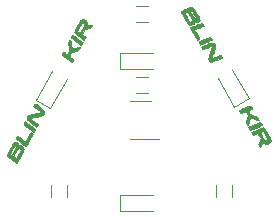
<source format=gbr>
G04 #@! TF.GenerationSoftware,KiCad,Pcbnew,(5.0.0)*
G04 #@! TF.CreationDate,2018-09-04T17:15:42+01:00*
G04 #@! TF.ProjectId,BlinkIR,426C696E6B49522E6B696361645F7063,rev?*
G04 #@! TF.SameCoordinates,Original*
G04 #@! TF.FileFunction,Legend,Top*
G04 #@! TF.FilePolarity,Positive*
%FSLAX46Y46*%
G04 Gerber Fmt 4.6, Leading zero omitted, Abs format (unit mm)*
G04 Created by KiCad (PCBNEW (5.0.0)) date 09/04/18 17:15:42*
%MOMM*%
%LPD*%
G01*
G04 APERTURE LIST*
%ADD10C,0.120000*%
%ADD11C,0.010000*%
G04 APERTURE END LIST*
D10*
G04 #@! TO.C,D1*
X182200000Y-61300000D02*
X185000000Y-61300000D01*
X182200000Y-62700000D02*
X185000000Y-62700000D01*
X182200000Y-61300000D02*
X182200000Y-62700000D01*
G04 #@! TO.C,R1*
X183500000Y-63320000D02*
X184500000Y-63320000D01*
X184500000Y-64680000D02*
X183500000Y-64680000D01*
G04 #@! TO.C,R2*
X177680000Y-72500000D02*
X177680000Y-73500000D01*
X176320000Y-73500000D02*
X176320000Y-72500000D01*
G04 #@! TO.C,R3*
X191680000Y-72500000D02*
X191680000Y-73500000D01*
X190320000Y-73500000D02*
X190320000Y-72500000D01*
G04 #@! TO.C,R4*
X184500000Y-58680000D02*
X183500000Y-58680000D01*
X183500000Y-57320000D02*
X184500000Y-57320000D01*
G04 #@! TO.C,U1*
X183000000Y-68610000D02*
X185450000Y-68610000D01*
X184800000Y-65390000D02*
X183000000Y-65390000D01*
G04 #@! TO.C,D2*
X191843782Y-65861474D02*
X190443782Y-63436603D01*
X193056218Y-65161474D02*
X191656218Y-62736603D01*
X191843782Y-65861474D02*
X193056218Y-65161474D01*
G04 #@! TO.C,D3*
X182200000Y-73300000D02*
X182200000Y-74700000D01*
X182200000Y-74700000D02*
X185000000Y-74700000D01*
X182200000Y-73300000D02*
X185000000Y-73300000D01*
G04 #@! TO.C,D4*
X175043782Y-65256218D02*
X176443782Y-62831347D01*
X176256218Y-65956218D02*
X177656218Y-63531347D01*
X175043782Y-65256218D02*
X176256218Y-65956218D01*
D11*
G04 #@! TO.C,G\002A\002A\002A*
G36*
X188288406Y-57408445D02*
X188346848Y-57485519D01*
X188427581Y-57607111D01*
X188526722Y-57767423D01*
X188617649Y-57921326D01*
X188735671Y-58127268D01*
X188821881Y-58286601D01*
X188878044Y-58406797D01*
X188905929Y-58495330D01*
X188907303Y-58559672D01*
X188883932Y-58607296D01*
X188837584Y-58645674D01*
X188794669Y-58669878D01*
X188700868Y-58702479D01*
X188612110Y-58710243D01*
X188518611Y-58727447D01*
X188471049Y-58768980D01*
X188407608Y-58820402D01*
X188311893Y-58870727D01*
X188266444Y-58888341D01*
X188171837Y-58919855D01*
X188115175Y-58933138D01*
X188073999Y-58930052D01*
X188025852Y-58912463D01*
X188017419Y-58909007D01*
X187944824Y-58863739D01*
X187901514Y-58823494D01*
X187869408Y-58778051D01*
X187813505Y-58690157D01*
X187740340Y-58570898D01*
X187656448Y-58431363D01*
X187568364Y-58282641D01*
X187482620Y-58135821D01*
X187405753Y-58001991D01*
X187368994Y-57936344D01*
X187625669Y-57936344D01*
X187635996Y-57966251D01*
X187673188Y-58037119D01*
X187729645Y-58136386D01*
X187797768Y-58251488D01*
X187869957Y-58369865D01*
X187938611Y-58478954D01*
X187996133Y-58566193D01*
X188034921Y-58619019D01*
X188044215Y-58628201D01*
X188076338Y-58646699D01*
X188105489Y-58646522D01*
X188155932Y-58623764D01*
X188194062Y-58604070D01*
X188258303Y-58561268D01*
X188287768Y-58522734D01*
X188287970Y-58520316D01*
X188272920Y-58480556D01*
X188233011Y-58400303D01*
X188176101Y-58293671D01*
X188110050Y-58174776D01*
X188042716Y-58057731D01*
X187981959Y-57956652D01*
X187935639Y-57885651D01*
X187931056Y-57879325D01*
X187899992Y-57845420D01*
X187863005Y-57839184D01*
X187798174Y-57860020D01*
X187762157Y-57874713D01*
X187682451Y-57908824D01*
X187632510Y-57932205D01*
X187625669Y-57936344D01*
X187368994Y-57936344D01*
X187344297Y-57892239D01*
X187304785Y-57817654D01*
X187293571Y-57791857D01*
X187316207Y-57772564D01*
X188103140Y-57772564D01*
X188122309Y-57813556D01*
X188167147Y-57896988D01*
X188230866Y-58010538D01*
X188303177Y-58135885D01*
X188402351Y-58297913D01*
X188477999Y-58403681D01*
X188531795Y-58455386D01*
X188550856Y-58461654D01*
X188608029Y-58440656D01*
X188624915Y-58418262D01*
X188614559Y-58380622D01*
X188578620Y-58301397D01*
X188524169Y-58193645D01*
X188458281Y-58070426D01*
X188388028Y-57944799D01*
X188320484Y-57829821D01*
X188262722Y-57738553D01*
X188237384Y-57702795D01*
X188201374Y-57698624D01*
X188148226Y-57721085D01*
X188108283Y-57754409D01*
X188103140Y-57772564D01*
X187316207Y-57772564D01*
X187318741Y-57770405D01*
X187391496Y-57731213D01*
X187499981Y-57679332D01*
X187632341Y-57619814D01*
X187776723Y-57557710D01*
X187921272Y-57498072D01*
X188054133Y-57445952D01*
X188163452Y-57406399D01*
X188237374Y-57384467D01*
X188256140Y-57381688D01*
X188288406Y-57408445D01*
X188288406Y-57408445D01*
G37*
X188288406Y-57408445D02*
X188346848Y-57485519D01*
X188427581Y-57607111D01*
X188526722Y-57767423D01*
X188617649Y-57921326D01*
X188735671Y-58127268D01*
X188821881Y-58286601D01*
X188878044Y-58406797D01*
X188905929Y-58495330D01*
X188907303Y-58559672D01*
X188883932Y-58607296D01*
X188837584Y-58645674D01*
X188794669Y-58669878D01*
X188700868Y-58702479D01*
X188612110Y-58710243D01*
X188518611Y-58727447D01*
X188471049Y-58768980D01*
X188407608Y-58820402D01*
X188311893Y-58870727D01*
X188266444Y-58888341D01*
X188171837Y-58919855D01*
X188115175Y-58933138D01*
X188073999Y-58930052D01*
X188025852Y-58912463D01*
X188017419Y-58909007D01*
X187944824Y-58863739D01*
X187901514Y-58823494D01*
X187869408Y-58778051D01*
X187813505Y-58690157D01*
X187740340Y-58570898D01*
X187656448Y-58431363D01*
X187568364Y-58282641D01*
X187482620Y-58135821D01*
X187405753Y-58001991D01*
X187368994Y-57936344D01*
X187625669Y-57936344D01*
X187635996Y-57966251D01*
X187673188Y-58037119D01*
X187729645Y-58136386D01*
X187797768Y-58251488D01*
X187869957Y-58369865D01*
X187938611Y-58478954D01*
X187996133Y-58566193D01*
X188034921Y-58619019D01*
X188044215Y-58628201D01*
X188076338Y-58646699D01*
X188105489Y-58646522D01*
X188155932Y-58623764D01*
X188194062Y-58604070D01*
X188258303Y-58561268D01*
X188287768Y-58522734D01*
X188287970Y-58520316D01*
X188272920Y-58480556D01*
X188233011Y-58400303D01*
X188176101Y-58293671D01*
X188110050Y-58174776D01*
X188042716Y-58057731D01*
X187981959Y-57956652D01*
X187935639Y-57885651D01*
X187931056Y-57879325D01*
X187899992Y-57845420D01*
X187863005Y-57839184D01*
X187798174Y-57860020D01*
X187762157Y-57874713D01*
X187682451Y-57908824D01*
X187632510Y-57932205D01*
X187625669Y-57936344D01*
X187368994Y-57936344D01*
X187344297Y-57892239D01*
X187304785Y-57817654D01*
X187293571Y-57791857D01*
X187316207Y-57772564D01*
X188103140Y-57772564D01*
X188122309Y-57813556D01*
X188167147Y-57896988D01*
X188230866Y-58010538D01*
X188303177Y-58135885D01*
X188402351Y-58297913D01*
X188477999Y-58403681D01*
X188531795Y-58455386D01*
X188550856Y-58461654D01*
X188608029Y-58440656D01*
X188624915Y-58418262D01*
X188614559Y-58380622D01*
X188578620Y-58301397D01*
X188524169Y-58193645D01*
X188458281Y-58070426D01*
X188388028Y-57944799D01*
X188320484Y-57829821D01*
X188262722Y-57738553D01*
X188237384Y-57702795D01*
X188201374Y-57698624D01*
X188148226Y-57721085D01*
X188108283Y-57754409D01*
X188103140Y-57772564D01*
X187316207Y-57772564D01*
X187318741Y-57770405D01*
X187391496Y-57731213D01*
X187499981Y-57679332D01*
X187632341Y-57619814D01*
X187776723Y-57557710D01*
X187921272Y-57498072D01*
X188054133Y-57445952D01*
X188163452Y-57406399D01*
X188237374Y-57384467D01*
X188256140Y-57381688D01*
X188288406Y-57408445D01*
G36*
X189103312Y-58780631D02*
X189125899Y-58794192D01*
X189134719Y-58804638D01*
X189186917Y-58882743D01*
X189226128Y-58955539D01*
X189242560Y-59003772D01*
X189240253Y-59012117D01*
X189207267Y-59026612D01*
X189126413Y-59059587D01*
X189009150Y-59106435D01*
X188866933Y-59162549D01*
X188837030Y-59174272D01*
X188692656Y-59231500D01*
X188572449Y-59280456D01*
X188487379Y-59316574D01*
X188448416Y-59335288D01*
X188447118Y-59336581D01*
X188462329Y-59365951D01*
X188504123Y-59440091D01*
X188566740Y-59548942D01*
X188644421Y-59682442D01*
X188675618Y-59735713D01*
X188765140Y-59889437D01*
X188825570Y-59997883D01*
X188860546Y-60070376D01*
X188873706Y-60116238D01*
X188868688Y-60144794D01*
X188849131Y-60165366D01*
X188844597Y-60168757D01*
X188781069Y-60203607D01*
X188745672Y-60212281D01*
X188715945Y-60186255D01*
X188661899Y-60114910D01*
X188590541Y-60008342D01*
X188508880Y-59876649D01*
X188486085Y-59838283D01*
X188361766Y-59626874D01*
X188266365Y-59463880D01*
X188196343Y-59342954D01*
X188148156Y-59257749D01*
X188118263Y-59201919D01*
X188103123Y-59169118D01*
X188099194Y-59152998D01*
X188101083Y-59148360D01*
X188133170Y-59133673D01*
X188214445Y-59099814D01*
X188334845Y-59050884D01*
X188484304Y-58990983D01*
X188603353Y-58943721D01*
X188785070Y-58872433D01*
X188916888Y-58822845D01*
X189007843Y-58792592D01*
X189066973Y-58779309D01*
X189103312Y-58780631D01*
X189103312Y-58780631D01*
G37*
X189103312Y-58780631D02*
X189125899Y-58794192D01*
X189134719Y-58804638D01*
X189186917Y-58882743D01*
X189226128Y-58955539D01*
X189242560Y-59003772D01*
X189240253Y-59012117D01*
X189207267Y-59026612D01*
X189126413Y-59059587D01*
X189009150Y-59106435D01*
X188866933Y-59162549D01*
X188837030Y-59174272D01*
X188692656Y-59231500D01*
X188572449Y-59280456D01*
X188487379Y-59316574D01*
X188448416Y-59335288D01*
X188447118Y-59336581D01*
X188462329Y-59365951D01*
X188504123Y-59440091D01*
X188566740Y-59548942D01*
X188644421Y-59682442D01*
X188675618Y-59735713D01*
X188765140Y-59889437D01*
X188825570Y-59997883D01*
X188860546Y-60070376D01*
X188873706Y-60116238D01*
X188868688Y-60144794D01*
X188849131Y-60165366D01*
X188844597Y-60168757D01*
X188781069Y-60203607D01*
X188745672Y-60212281D01*
X188715945Y-60186255D01*
X188661899Y-60114910D01*
X188590541Y-60008342D01*
X188508880Y-59876649D01*
X188486085Y-59838283D01*
X188361766Y-59626874D01*
X188266365Y-59463880D01*
X188196343Y-59342954D01*
X188148156Y-59257749D01*
X188118263Y-59201919D01*
X188103123Y-59169118D01*
X188099194Y-59152998D01*
X188101083Y-59148360D01*
X188133170Y-59133673D01*
X188214445Y-59099814D01*
X188334845Y-59050884D01*
X188484304Y-58990983D01*
X188603353Y-58943721D01*
X188785070Y-58872433D01*
X188916888Y-58822845D01*
X189007843Y-58792592D01*
X189066973Y-58779309D01*
X189103312Y-58780631D01*
G36*
X179169214Y-58492754D02*
X179246423Y-58555344D01*
X179323452Y-58630688D01*
X179362480Y-58688330D01*
X179374224Y-58751543D01*
X179370876Y-58825580D01*
X179367629Y-58914832D01*
X179379105Y-58954299D01*
X179407315Y-58957304D01*
X179483663Y-58942042D01*
X179581974Y-58929217D01*
X179682995Y-58920354D01*
X179767474Y-58916977D01*
X179816159Y-58920612D01*
X179821303Y-58924516D01*
X179802029Y-58985322D01*
X179754706Y-59065492D01*
X179695082Y-59143276D01*
X179638906Y-59196924D01*
X179615942Y-59208130D01*
X179549000Y-59219397D01*
X179445698Y-59235286D01*
X179366252Y-59246911D01*
X179181752Y-59273308D01*
X179057735Y-59502698D01*
X178933717Y-59732089D01*
X179091044Y-59847577D01*
X179173532Y-59909830D01*
X179230495Y-59956074D01*
X179248371Y-59974450D01*
X179232511Y-60013675D01*
X179194450Y-60078599D01*
X179148469Y-60147497D01*
X179108849Y-60198640D01*
X179092054Y-60212281D01*
X179060299Y-60193816D01*
X178987463Y-60142849D01*
X178882667Y-60066021D01*
X178755032Y-59969970D01*
X178673456Y-59907549D01*
X178537072Y-59800495D01*
X178419754Y-59704469D01*
X178330425Y-59627089D01*
X178278006Y-59575968D01*
X178268063Y-59561502D01*
X178279717Y-59520768D01*
X178317662Y-59436117D01*
X178321923Y-59427518D01*
X178553179Y-59427518D01*
X178782555Y-59609802D01*
X178951388Y-59298322D01*
X179021928Y-59166077D01*
X179082011Y-59049531D01*
X179124381Y-58962995D01*
X179140630Y-58925048D01*
X179136670Y-58862044D01*
X179078615Y-58792422D01*
X179072899Y-58787439D01*
X179029621Y-58752563D01*
X178994003Y-58737124D01*
X178959268Y-58747510D01*
X178918638Y-58790109D01*
X178865334Y-58871310D01*
X178792579Y-58997500D01*
X178728856Y-59111691D01*
X178553179Y-59427518D01*
X178321923Y-59427518D01*
X178375936Y-59318517D01*
X178448576Y-59178934D01*
X178529620Y-59028335D01*
X178613105Y-58877687D01*
X178693071Y-58737958D01*
X178763553Y-58620114D01*
X178818590Y-58535122D01*
X178844375Y-58501441D01*
X178938365Y-58437263D01*
X179047139Y-58434434D01*
X179169214Y-58492754D01*
X179169214Y-58492754D01*
G37*
X179169214Y-58492754D02*
X179246423Y-58555344D01*
X179323452Y-58630688D01*
X179362480Y-58688330D01*
X179374224Y-58751543D01*
X179370876Y-58825580D01*
X179367629Y-58914832D01*
X179379105Y-58954299D01*
X179407315Y-58957304D01*
X179483663Y-58942042D01*
X179581974Y-58929217D01*
X179682995Y-58920354D01*
X179767474Y-58916977D01*
X179816159Y-58920612D01*
X179821303Y-58924516D01*
X179802029Y-58985322D01*
X179754706Y-59065492D01*
X179695082Y-59143276D01*
X179638906Y-59196924D01*
X179615942Y-59208130D01*
X179549000Y-59219397D01*
X179445698Y-59235286D01*
X179366252Y-59246911D01*
X179181752Y-59273308D01*
X179057735Y-59502698D01*
X178933717Y-59732089D01*
X179091044Y-59847577D01*
X179173532Y-59909830D01*
X179230495Y-59956074D01*
X179248371Y-59974450D01*
X179232511Y-60013675D01*
X179194450Y-60078599D01*
X179148469Y-60147497D01*
X179108849Y-60198640D01*
X179092054Y-60212281D01*
X179060299Y-60193816D01*
X178987463Y-60142849D01*
X178882667Y-60066021D01*
X178755032Y-59969970D01*
X178673456Y-59907549D01*
X178537072Y-59800495D01*
X178419754Y-59704469D01*
X178330425Y-59627089D01*
X178278006Y-59575968D01*
X178268063Y-59561502D01*
X178279717Y-59520768D01*
X178317662Y-59436117D01*
X178321923Y-59427518D01*
X178553179Y-59427518D01*
X178782555Y-59609802D01*
X178951388Y-59298322D01*
X179021928Y-59166077D01*
X179082011Y-59049531D01*
X179124381Y-58962995D01*
X179140630Y-58925048D01*
X179136670Y-58862044D01*
X179078615Y-58792422D01*
X179072899Y-58787439D01*
X179029621Y-58752563D01*
X178994003Y-58737124D01*
X178959268Y-58747510D01*
X178918638Y-58790109D01*
X178865334Y-58871310D01*
X178792579Y-58997500D01*
X178728856Y-59111691D01*
X178553179Y-59427518D01*
X178321923Y-59427518D01*
X178375936Y-59318517D01*
X178448576Y-59178934D01*
X178529620Y-59028335D01*
X178613105Y-58877687D01*
X178693071Y-58737958D01*
X178763553Y-58620114D01*
X178818590Y-58535122D01*
X178844375Y-58501441D01*
X178938365Y-58437263D01*
X179047139Y-58434434D01*
X179169214Y-58492754D01*
G36*
X189803778Y-59970652D02*
X189838938Y-60002886D01*
X189882134Y-60064089D01*
X189920036Y-60131754D01*
X189939314Y-60183370D01*
X189937497Y-60196450D01*
X189906116Y-60210958D01*
X189827514Y-60243914D01*
X189713729Y-60290502D01*
X189576798Y-60345907D01*
X189428756Y-60405313D01*
X189281642Y-60463906D01*
X189147490Y-60516869D01*
X189038338Y-60559388D01*
X188966223Y-60586647D01*
X188943180Y-60594235D01*
X188921042Y-60569559D01*
X188880139Y-60507602D01*
X188862359Y-60478153D01*
X188825690Y-60401736D01*
X188815194Y-60348126D01*
X188819428Y-60338309D01*
X188863325Y-60313474D01*
X188952657Y-60273696D01*
X189074883Y-60223660D01*
X189217463Y-60168050D01*
X189367855Y-60111551D01*
X189513519Y-60058845D01*
X189641914Y-60014618D01*
X189740500Y-59983553D01*
X189796735Y-59970333D01*
X189803778Y-59970652D01*
X189803778Y-59970652D01*
G37*
X189803778Y-59970652D02*
X189838938Y-60002886D01*
X189882134Y-60064089D01*
X189920036Y-60131754D01*
X189939314Y-60183370D01*
X189937497Y-60196450D01*
X189906116Y-60210958D01*
X189827514Y-60243914D01*
X189713729Y-60290502D01*
X189576798Y-60345907D01*
X189428756Y-60405313D01*
X189281642Y-60463906D01*
X189147490Y-60516869D01*
X189038338Y-60559388D01*
X188966223Y-60586647D01*
X188943180Y-60594235D01*
X188921042Y-60569559D01*
X188880139Y-60507602D01*
X188862359Y-60478153D01*
X188825690Y-60401736D01*
X188815194Y-60348126D01*
X188819428Y-60338309D01*
X188863325Y-60313474D01*
X188952657Y-60273696D01*
X189074883Y-60223660D01*
X189217463Y-60168050D01*
X189367855Y-60111551D01*
X189513519Y-60058845D01*
X189641914Y-60014618D01*
X189740500Y-59983553D01*
X189796735Y-59970333D01*
X189803778Y-59970652D01*
G36*
X178166416Y-59795565D02*
X178237804Y-59840489D01*
X178338466Y-59909476D01*
X178458044Y-59994846D01*
X178586185Y-60088918D01*
X178712534Y-60184013D01*
X178826734Y-60272450D01*
X178918431Y-60346549D01*
X178977269Y-60398630D01*
X178993734Y-60419530D01*
X178978794Y-60469616D01*
X178943029Y-60540058D01*
X178900019Y-60608103D01*
X178863347Y-60650996D01*
X178852564Y-60656032D01*
X178816627Y-60636669D01*
X178740709Y-60584676D01*
X178634602Y-60507107D01*
X178508099Y-60411019D01*
X178452632Y-60367924D01*
X178290760Y-60241464D01*
X178172663Y-60147977D01*
X178092463Y-60080601D01*
X178044278Y-60032474D01*
X178022229Y-59996733D01*
X178020437Y-59966517D01*
X178033022Y-59934963D01*
X178051672Y-59899960D01*
X178094991Y-59827858D01*
X178132375Y-59783940D01*
X178134656Y-59782384D01*
X178166416Y-59795565D01*
X178166416Y-59795565D01*
G37*
X178166416Y-59795565D02*
X178237804Y-59840489D01*
X178338466Y-59909476D01*
X178458044Y-59994846D01*
X178586185Y-60088918D01*
X178712534Y-60184013D01*
X178826734Y-60272450D01*
X178918431Y-60346549D01*
X178977269Y-60398630D01*
X178993734Y-60419530D01*
X178978794Y-60469616D01*
X178943029Y-60540058D01*
X178900019Y-60608103D01*
X178863347Y-60650996D01*
X178852564Y-60656032D01*
X178816627Y-60636669D01*
X178740709Y-60584676D01*
X178634602Y-60507107D01*
X178508099Y-60411019D01*
X178452632Y-60367924D01*
X178290760Y-60241464D01*
X178172663Y-60147977D01*
X178092463Y-60080601D01*
X178044278Y-60032474D01*
X178022229Y-59996733D01*
X178020437Y-59966517D01*
X178033022Y-59934963D01*
X178051672Y-59899960D01*
X178094991Y-59827858D01*
X178132375Y-59783940D01*
X178134656Y-59782384D01*
X178166416Y-59795565D01*
G36*
X190096426Y-60454611D02*
X190139520Y-60502280D01*
X190180530Y-60571774D01*
X190241232Y-60684491D01*
X190087147Y-61188424D01*
X190034742Y-61359435D01*
X189988289Y-61510308D01*
X189951210Y-61629990D01*
X189926924Y-61707428D01*
X189919428Y-61730414D01*
X189924824Y-61740921D01*
X189957005Y-61737716D01*
X190022031Y-61718753D01*
X190125963Y-61681989D01*
X190274861Y-61625377D01*
X190474787Y-61546872D01*
X190539571Y-61521152D01*
X190706335Y-61454832D01*
X190829797Y-61696838D01*
X190362580Y-61878264D01*
X190200138Y-61940401D01*
X190057255Y-61993286D01*
X189945019Y-62032953D01*
X189874519Y-62055437D01*
X189857196Y-62059043D01*
X189815554Y-62035250D01*
X189757606Y-61976529D01*
X189737835Y-61951945D01*
X189685714Y-61864509D01*
X189658012Y-61780806D01*
X189656642Y-61764126D01*
X189665895Y-61705998D01*
X189691380Y-61600168D01*
X189729683Y-61459485D01*
X189777390Y-61296800D01*
X189802425Y-61215316D01*
X189851633Y-61053121D01*
X189891502Y-60913105D01*
X189919154Y-60806099D01*
X189931711Y-60742935D01*
X189931167Y-60730833D01*
X189896880Y-60735514D01*
X189815553Y-60760590D01*
X189698952Y-60802077D01*
X189558841Y-60855989D01*
X189542827Y-60862376D01*
X189401759Y-60917883D01*
X189284012Y-60962422D01*
X189201027Y-60991796D01*
X189164244Y-61001808D01*
X189163496Y-61001533D01*
X189137146Y-60958536D01*
X189103599Y-60890475D01*
X189073649Y-60821298D01*
X189058087Y-60774954D01*
X189058320Y-60768162D01*
X189090312Y-60753390D01*
X189171272Y-60719936D01*
X189290766Y-60672005D01*
X189438362Y-60613803D01*
X189529370Y-60578303D01*
X189721769Y-60504971D01*
X189865041Y-60456032D01*
X189968820Y-60431391D01*
X190042737Y-60430949D01*
X190096426Y-60454611D01*
X190096426Y-60454611D01*
G37*
X190096426Y-60454611D02*
X190139520Y-60502280D01*
X190180530Y-60571774D01*
X190241232Y-60684491D01*
X190087147Y-61188424D01*
X190034742Y-61359435D01*
X189988289Y-61510308D01*
X189951210Y-61629990D01*
X189926924Y-61707428D01*
X189919428Y-61730414D01*
X189924824Y-61740921D01*
X189957005Y-61737716D01*
X190022031Y-61718753D01*
X190125963Y-61681989D01*
X190274861Y-61625377D01*
X190474787Y-61546872D01*
X190539571Y-61521152D01*
X190706335Y-61454832D01*
X190829797Y-61696838D01*
X190362580Y-61878264D01*
X190200138Y-61940401D01*
X190057255Y-61993286D01*
X189945019Y-62032953D01*
X189874519Y-62055437D01*
X189857196Y-62059043D01*
X189815554Y-62035250D01*
X189757606Y-61976529D01*
X189737835Y-61951945D01*
X189685714Y-61864509D01*
X189658012Y-61780806D01*
X189656642Y-61764126D01*
X189665895Y-61705998D01*
X189691380Y-61600168D01*
X189729683Y-61459485D01*
X189777390Y-61296800D01*
X189802425Y-61215316D01*
X189851633Y-61053121D01*
X189891502Y-60913105D01*
X189919154Y-60806099D01*
X189931711Y-60742935D01*
X189931167Y-60730833D01*
X189896880Y-60735514D01*
X189815553Y-60760590D01*
X189698952Y-60802077D01*
X189558841Y-60855989D01*
X189542827Y-60862376D01*
X189401759Y-60917883D01*
X189284012Y-60962422D01*
X189201027Y-60991796D01*
X189164244Y-61001808D01*
X189163496Y-61001533D01*
X189137146Y-60958536D01*
X189103599Y-60890475D01*
X189073649Y-60821298D01*
X189058087Y-60774954D01*
X189058320Y-60768162D01*
X189090312Y-60753390D01*
X189171272Y-60719936D01*
X189290766Y-60672005D01*
X189438362Y-60613803D01*
X189529370Y-60578303D01*
X189721769Y-60504971D01*
X189865041Y-60456032D01*
X189968820Y-60431391D01*
X190042737Y-60430949D01*
X190096426Y-60454611D01*
G36*
X177935138Y-60182360D02*
X177957340Y-60232780D01*
X177980925Y-60333624D01*
X178008990Y-60490053D01*
X178023638Y-60578321D01*
X178046936Y-60718966D01*
X178066392Y-60833820D01*
X178079792Y-60909978D01*
X178084801Y-60934720D01*
X178115133Y-60929880D01*
X178194820Y-60912030D01*
X178311569Y-60884034D01*
X178445643Y-60850640D01*
X178585723Y-60816135D01*
X178700000Y-60789767D01*
X178776362Y-60774207D01*
X178802757Y-60771898D01*
X178790067Y-60804718D01*
X178757704Y-60875525D01*
X178733963Y-60925109D01*
X178682832Y-61015375D01*
X178626393Y-61065982D01*
X178539487Y-61097756D01*
X178519113Y-61102971D01*
X178338087Y-61148918D01*
X178207941Y-61185992D01*
X178117519Y-61219604D01*
X178055665Y-61255163D01*
X178011222Y-61298078D01*
X177973035Y-61353759D01*
X177961323Y-61373433D01*
X177914234Y-61459889D01*
X177884742Y-61525775D01*
X177879699Y-61545802D01*
X177903387Y-61580297D01*
X177965525Y-61639089D01*
X178052725Y-61709525D01*
X178053821Y-61710353D01*
X178227942Y-61841816D01*
X178164577Y-61966021D01*
X178120908Y-62041519D01*
X178085457Y-62085575D01*
X178076358Y-62090225D01*
X178044034Y-62071738D01*
X177970386Y-62020581D01*
X177864311Y-61943208D01*
X177734701Y-61846075D01*
X177632655Y-61768184D01*
X177213806Y-61446143D01*
X177276848Y-61322570D01*
X177321004Y-61247238D01*
X177357732Y-61203472D01*
X177367318Y-61198997D01*
X177404838Y-61217555D01*
X177474949Y-61265838D01*
X177549247Y-61322957D01*
X177703750Y-61446917D01*
X177792358Y-61284884D01*
X177880965Y-61122852D01*
X177827710Y-60775956D01*
X177774454Y-60429060D01*
X177845880Y-60282044D01*
X177882505Y-60212153D01*
X177911225Y-60177204D01*
X177935138Y-60182360D01*
X177935138Y-60182360D01*
G37*
X177935138Y-60182360D02*
X177957340Y-60232780D01*
X177980925Y-60333624D01*
X178008990Y-60490053D01*
X178023638Y-60578321D01*
X178046936Y-60718966D01*
X178066392Y-60833820D01*
X178079792Y-60909978D01*
X178084801Y-60934720D01*
X178115133Y-60929880D01*
X178194820Y-60912030D01*
X178311569Y-60884034D01*
X178445643Y-60850640D01*
X178585723Y-60816135D01*
X178700000Y-60789767D01*
X178776362Y-60774207D01*
X178802757Y-60771898D01*
X178790067Y-60804718D01*
X178757704Y-60875525D01*
X178733963Y-60925109D01*
X178682832Y-61015375D01*
X178626393Y-61065982D01*
X178539487Y-61097756D01*
X178519113Y-61102971D01*
X178338087Y-61148918D01*
X178207941Y-61185992D01*
X178117519Y-61219604D01*
X178055665Y-61255163D01*
X178011222Y-61298078D01*
X177973035Y-61353759D01*
X177961323Y-61373433D01*
X177914234Y-61459889D01*
X177884742Y-61525775D01*
X177879699Y-61545802D01*
X177903387Y-61580297D01*
X177965525Y-61639089D01*
X178052725Y-61709525D01*
X178053821Y-61710353D01*
X178227942Y-61841816D01*
X178164577Y-61966021D01*
X178120908Y-62041519D01*
X178085457Y-62085575D01*
X178076358Y-62090225D01*
X178044034Y-62071738D01*
X177970386Y-62020581D01*
X177864311Y-61943208D01*
X177734701Y-61846075D01*
X177632655Y-61768184D01*
X177213806Y-61446143D01*
X177276848Y-61322570D01*
X177321004Y-61247238D01*
X177357732Y-61203472D01*
X177367318Y-61198997D01*
X177404838Y-61217555D01*
X177474949Y-61265838D01*
X177549247Y-61322957D01*
X177703750Y-61446917D01*
X177792358Y-61284884D01*
X177880965Y-61122852D01*
X177827710Y-60775956D01*
X177774454Y-60429060D01*
X177845880Y-60282044D01*
X177882505Y-60212153D01*
X177911225Y-60177204D01*
X177935138Y-60182360D01*
G36*
X193215899Y-65775727D02*
X193265201Y-65827663D01*
X193313077Y-65895659D01*
X193344229Y-65959454D01*
X193348753Y-65983015D01*
X193318256Y-66012792D01*
X193227005Y-66059002D01*
X193075657Y-66121322D01*
X193040019Y-66135012D01*
X192969887Y-66161706D01*
X193048989Y-66303235D01*
X193091815Y-66377875D01*
X193130484Y-66432141D01*
X193177349Y-66474681D01*
X193244765Y-66514144D01*
X193345084Y-66559181D01*
X193490661Y-66618440D01*
X193510685Y-66626487D01*
X193653539Y-66686026D01*
X193750044Y-66733534D01*
X193813934Y-66778012D01*
X193858943Y-66828462D01*
X193887224Y-66873286D01*
X193926755Y-66950931D01*
X193944020Y-67003571D01*
X193942387Y-67013837D01*
X193908029Y-67009546D01*
X193827052Y-66985562D01*
X193711915Y-66945902D01*
X193588208Y-66899670D01*
X193451187Y-66847652D01*
X193335628Y-66805478D01*
X193254612Y-66777813D01*
X193222187Y-66769173D01*
X193190985Y-66795300D01*
X193178328Y-66824875D01*
X193120328Y-67025363D01*
X193068367Y-67194385D01*
X193024958Y-67324410D01*
X192992616Y-67407908D01*
X192973855Y-67437349D01*
X192973852Y-67437349D01*
X192945891Y-67412030D01*
X192901307Y-67348202D01*
X192878116Y-67309475D01*
X192805229Y-67181845D01*
X192888534Y-66866015D01*
X192971838Y-66550184D01*
X192886779Y-66405042D01*
X192831442Y-66323203D01*
X192781684Y-66270567D01*
X192759640Y-66259900D01*
X192707475Y-66271793D01*
X192621626Y-66302084D01*
X192569048Y-66323559D01*
X192475039Y-66360496D01*
X192401488Y-66383466D01*
X192378575Y-66387218D01*
X192343611Y-66364066D01*
X192295363Y-66308093D01*
X192247879Y-66239519D01*
X192215207Y-66178568D01*
X192210931Y-66145878D01*
X192242672Y-66131268D01*
X192323367Y-66097842D01*
X192442617Y-66049807D01*
X192590025Y-65991369D01*
X192681711Y-65955389D01*
X192843098Y-65892267D01*
X192984886Y-65836782D01*
X193095847Y-65793328D01*
X193164756Y-65766303D01*
X193180467Y-65760112D01*
X193215899Y-65775727D01*
X193215899Y-65775727D01*
G37*
X193215899Y-65775727D02*
X193265201Y-65827663D01*
X193313077Y-65895659D01*
X193344229Y-65959454D01*
X193348753Y-65983015D01*
X193318256Y-66012792D01*
X193227005Y-66059002D01*
X193075657Y-66121322D01*
X193040019Y-66135012D01*
X192969887Y-66161706D01*
X193048989Y-66303235D01*
X193091815Y-66377875D01*
X193130484Y-66432141D01*
X193177349Y-66474681D01*
X193244765Y-66514144D01*
X193345084Y-66559181D01*
X193490661Y-66618440D01*
X193510685Y-66626487D01*
X193653539Y-66686026D01*
X193750044Y-66733534D01*
X193813934Y-66778012D01*
X193858943Y-66828462D01*
X193887224Y-66873286D01*
X193926755Y-66950931D01*
X193944020Y-67003571D01*
X193942387Y-67013837D01*
X193908029Y-67009546D01*
X193827052Y-66985562D01*
X193711915Y-66945902D01*
X193588208Y-66899670D01*
X193451187Y-66847652D01*
X193335628Y-66805478D01*
X193254612Y-66777813D01*
X193222187Y-66769173D01*
X193190985Y-66795300D01*
X193178328Y-66824875D01*
X193120328Y-67025363D01*
X193068367Y-67194385D01*
X193024958Y-67324410D01*
X192992616Y-67407908D01*
X192973855Y-67437349D01*
X192973852Y-67437349D01*
X192945891Y-67412030D01*
X192901307Y-67348202D01*
X192878116Y-67309475D01*
X192805229Y-67181845D01*
X192888534Y-66866015D01*
X192971838Y-66550184D01*
X192886779Y-66405042D01*
X192831442Y-66323203D01*
X192781684Y-66270567D01*
X192759640Y-66259900D01*
X192707475Y-66271793D01*
X192621626Y-66302084D01*
X192569048Y-66323559D01*
X192475039Y-66360496D01*
X192401488Y-66383466D01*
X192378575Y-66387218D01*
X192343611Y-66364066D01*
X192295363Y-66308093D01*
X192247879Y-66239519D01*
X192215207Y-66178568D01*
X192210931Y-66145878D01*
X192242672Y-66131268D01*
X192323367Y-66097842D01*
X192442617Y-66049807D01*
X192590025Y-65991369D01*
X192681711Y-65955389D01*
X192843098Y-65892267D01*
X192984886Y-65836782D01*
X193095847Y-65793328D01*
X193164756Y-65766303D01*
X193180467Y-65760112D01*
X193215899Y-65775727D01*
G36*
X175000827Y-65610303D02*
X175076777Y-65661951D01*
X175183659Y-65739725D01*
X175312052Y-65836846D01*
X175389035Y-65896530D01*
X175549446Y-66023825D01*
X175663408Y-66121610D01*
X175735661Y-66198220D01*
X175770944Y-66261988D01*
X175773997Y-66321249D01*
X175749561Y-66384337D01*
X175706114Y-66454052D01*
X175676945Y-66494004D01*
X175643974Y-66525725D01*
X175597317Y-66553064D01*
X175527090Y-66579870D01*
X175423409Y-66609992D01*
X175276392Y-66647278D01*
X175101438Y-66689524D01*
X174927771Y-66732017D01*
X174778017Y-66770369D01*
X174662164Y-66801881D01*
X174590197Y-66823856D01*
X174570935Y-66832832D01*
X174595297Y-66857533D01*
X174659715Y-66910980D01*
X174753031Y-66984109D01*
X174817528Y-67033121D01*
X174933940Y-67121254D01*
X175039362Y-67202161D01*
X175117607Y-67263374D01*
X175140510Y-67281894D01*
X175218237Y-67346291D01*
X175159370Y-67455602D01*
X175117515Y-67525196D01*
X175086474Y-67562636D01*
X175081642Y-67564714D01*
X175051085Y-67546237D01*
X174979602Y-67495507D01*
X174876515Y-67419354D01*
X174751148Y-67324609D01*
X174689402Y-67277308D01*
X174554824Y-67171542D01*
X174437376Y-67075016D01*
X174346992Y-66996216D01*
X174293607Y-66943628D01*
X174284768Y-66931704D01*
X174273563Y-66873187D01*
X174297518Y-66790100D01*
X174323938Y-66733708D01*
X174394361Y-66594110D01*
X174909349Y-66466792D01*
X175081921Y-66423232D01*
X175232375Y-66383556D01*
X175350014Y-66350723D01*
X175424144Y-66327688D01*
X175444563Y-66318837D01*
X175428597Y-66292895D01*
X175370457Y-66236825D01*
X175279018Y-66158537D01*
X175163149Y-66065941D01*
X175146466Y-66053043D01*
X174828142Y-65807886D01*
X174879741Y-65699682D01*
X174921381Y-65629487D01*
X174958966Y-65593015D01*
X174965231Y-65591560D01*
X175000827Y-65610303D01*
X175000827Y-65610303D01*
G37*
X175000827Y-65610303D02*
X175076777Y-65661951D01*
X175183659Y-65739725D01*
X175312052Y-65836846D01*
X175389035Y-65896530D01*
X175549446Y-66023825D01*
X175663408Y-66121610D01*
X175735661Y-66198220D01*
X175770944Y-66261988D01*
X175773997Y-66321249D01*
X175749561Y-66384337D01*
X175706114Y-66454052D01*
X175676945Y-66494004D01*
X175643974Y-66525725D01*
X175597317Y-66553064D01*
X175527090Y-66579870D01*
X175423409Y-66609992D01*
X175276392Y-66647278D01*
X175101438Y-66689524D01*
X174927771Y-66732017D01*
X174778017Y-66770369D01*
X174662164Y-66801881D01*
X174590197Y-66823856D01*
X174570935Y-66832832D01*
X174595297Y-66857533D01*
X174659715Y-66910980D01*
X174753031Y-66984109D01*
X174817528Y-67033121D01*
X174933940Y-67121254D01*
X175039362Y-67202161D01*
X175117607Y-67263374D01*
X175140510Y-67281894D01*
X175218237Y-67346291D01*
X175159370Y-67455602D01*
X175117515Y-67525196D01*
X175086474Y-67562636D01*
X175081642Y-67564714D01*
X175051085Y-67546237D01*
X174979602Y-67495507D01*
X174876515Y-67419354D01*
X174751148Y-67324609D01*
X174689402Y-67277308D01*
X174554824Y-67171542D01*
X174437376Y-67075016D01*
X174346992Y-66996216D01*
X174293607Y-66943628D01*
X174284768Y-66931704D01*
X174273563Y-66873187D01*
X174297518Y-66790100D01*
X174323938Y-66733708D01*
X174394361Y-66594110D01*
X174909349Y-66466792D01*
X175081921Y-66423232D01*
X175232375Y-66383556D01*
X175350014Y-66350723D01*
X175424144Y-66327688D01*
X175444563Y-66318837D01*
X175428597Y-66292895D01*
X175370457Y-66236825D01*
X175279018Y-66158537D01*
X175163149Y-66065941D01*
X175146466Y-66053043D01*
X174828142Y-65807886D01*
X174879741Y-65699682D01*
X174921381Y-65629487D01*
X174958966Y-65593015D01*
X174965231Y-65591560D01*
X175000827Y-65610303D01*
G36*
X194060886Y-67189599D02*
X194106966Y-67253149D01*
X194111074Y-67259768D01*
X194153128Y-67334511D01*
X194175269Y-67386939D01*
X194176280Y-67393606D01*
X194157667Y-67411198D01*
X194099403Y-67441919D01*
X193997651Y-67487396D01*
X193848573Y-67549258D01*
X193648333Y-67629130D01*
X193393091Y-67728641D01*
X193316248Y-67758316D01*
X193172220Y-67813846D01*
X193101229Y-67684243D01*
X193060956Y-67606641D01*
X193039444Y-67557025D01*
X193038365Y-67548408D01*
X193068679Y-67535617D01*
X193146155Y-67504535D01*
X193258626Y-67459943D01*
X193393921Y-67406619D01*
X193539871Y-67349346D01*
X193684309Y-67292902D01*
X193815065Y-67242067D01*
X193919969Y-67201622D01*
X193959884Y-67186427D01*
X194019403Y-67171018D01*
X194060886Y-67189599D01*
X194060886Y-67189599D01*
G37*
X194060886Y-67189599D02*
X194106966Y-67253149D01*
X194111074Y-67259768D01*
X194153128Y-67334511D01*
X194175269Y-67386939D01*
X194176280Y-67393606D01*
X194157667Y-67411198D01*
X194099403Y-67441919D01*
X193997651Y-67487396D01*
X193848573Y-67549258D01*
X193648333Y-67629130D01*
X193393091Y-67728641D01*
X193316248Y-67758316D01*
X193172220Y-67813846D01*
X193101229Y-67684243D01*
X193060956Y-67606641D01*
X193039444Y-67557025D01*
X193038365Y-67548408D01*
X193068679Y-67535617D01*
X193146155Y-67504535D01*
X193258626Y-67459943D01*
X193393921Y-67406619D01*
X193539871Y-67349346D01*
X193684309Y-67292902D01*
X193815065Y-67242067D01*
X193919969Y-67201622D01*
X193959884Y-67186427D01*
X194019403Y-67171018D01*
X194060886Y-67189599D01*
G36*
X174180849Y-67126179D02*
X174183131Y-67128087D01*
X174220219Y-67157653D01*
X174296006Y-67216944D01*
X174399388Y-67297368D01*
X174519261Y-67390333D01*
X174644521Y-67487248D01*
X174764064Y-67579523D01*
X174866785Y-67658566D01*
X174941582Y-67715785D01*
X174977349Y-67742589D01*
X174977471Y-67742674D01*
X174970699Y-67771707D01*
X174943204Y-67834443D01*
X174905856Y-67909320D01*
X174869526Y-67974774D01*
X174845086Y-68009242D01*
X174842434Y-68010526D01*
X174814479Y-67992068D01*
X174744845Y-67940986D01*
X174642118Y-67863724D01*
X174514885Y-67766721D01*
X174413382Y-67688628D01*
X174274282Y-67579356D01*
X174154869Y-67481987D01*
X174063539Y-67403655D01*
X174008688Y-67351496D01*
X173996491Y-67334302D01*
X174012056Y-67288435D01*
X174050736Y-67214720D01*
X174063771Y-67193015D01*
X174110208Y-67125725D01*
X174143857Y-67106371D01*
X174180849Y-67126179D01*
X174180849Y-67126179D01*
G37*
X174180849Y-67126179D02*
X174183131Y-67128087D01*
X174220219Y-67157653D01*
X174296006Y-67216944D01*
X174399388Y-67297368D01*
X174519261Y-67390333D01*
X174644521Y-67487248D01*
X174764064Y-67579523D01*
X174866785Y-67658566D01*
X174941582Y-67715785D01*
X174977349Y-67742589D01*
X174977471Y-67742674D01*
X174970699Y-67771707D01*
X174943204Y-67834443D01*
X174905856Y-67909320D01*
X174869526Y-67974774D01*
X174845086Y-68009242D01*
X174842434Y-68010526D01*
X174814479Y-67992068D01*
X174744845Y-67940986D01*
X174642118Y-67863724D01*
X174514885Y-67766721D01*
X174413382Y-67688628D01*
X174274282Y-67579356D01*
X174154869Y-67481987D01*
X174063539Y-67403655D01*
X174008688Y-67351496D01*
X173996491Y-67334302D01*
X174012056Y-67288435D01*
X174050736Y-67214720D01*
X174063771Y-67193015D01*
X174110208Y-67125725D01*
X174143857Y-67106371D01*
X174180849Y-67126179D01*
G36*
X174683306Y-68062822D02*
X174739210Y-68110829D01*
X174760401Y-68149669D01*
X174745737Y-68186931D01*
X174705737Y-68268581D01*
X174646389Y-68383589D01*
X174573684Y-68520925D01*
X174493609Y-68669558D01*
X174412153Y-68818458D01*
X174335306Y-68956595D01*
X174269055Y-69072937D01*
X174219391Y-69156455D01*
X174192301Y-69196118D01*
X174192170Y-69196251D01*
X174159300Y-69186975D01*
X174085949Y-69144194D01*
X173981464Y-69074027D01*
X173855189Y-68982593D01*
X173786934Y-68930916D01*
X173621905Y-68804563D01*
X173500915Y-68710919D01*
X173418346Y-68642859D01*
X173368582Y-68593254D01*
X173346007Y-68554978D01*
X173345006Y-68520904D01*
X173359961Y-68483906D01*
X173385257Y-68436855D01*
X173390152Y-68427403D01*
X173416012Y-68374016D01*
X173436958Y-68338313D01*
X173461681Y-68323438D01*
X173498869Y-68332534D01*
X173557212Y-68368742D01*
X173645400Y-68435207D01*
X173772120Y-68535070D01*
X173843617Y-68591416D01*
X173956890Y-68678550D01*
X174052567Y-68748657D01*
X174119270Y-68793618D01*
X174144298Y-68806026D01*
X174168533Y-68779511D01*
X174216520Y-68706826D01*
X174282090Y-68597987D01*
X174359070Y-68463011D01*
X174388883Y-68409046D01*
X174606212Y-68012307D01*
X174683306Y-68062822D01*
X174683306Y-68062822D01*
G37*
X174683306Y-68062822D02*
X174739210Y-68110829D01*
X174760401Y-68149669D01*
X174745737Y-68186931D01*
X174705737Y-68268581D01*
X174646389Y-68383589D01*
X174573684Y-68520925D01*
X174493609Y-68669558D01*
X174412153Y-68818458D01*
X174335306Y-68956595D01*
X174269055Y-69072937D01*
X174219391Y-69156455D01*
X174192301Y-69196118D01*
X174192170Y-69196251D01*
X174159300Y-69186975D01*
X174085949Y-69144194D01*
X173981464Y-69074027D01*
X173855189Y-68982593D01*
X173786934Y-68930916D01*
X173621905Y-68804563D01*
X173500915Y-68710919D01*
X173418346Y-68642859D01*
X173368582Y-68593254D01*
X173346007Y-68554978D01*
X173345006Y-68520904D01*
X173359961Y-68483906D01*
X173385257Y-68436855D01*
X173390152Y-68427403D01*
X173416012Y-68374016D01*
X173436958Y-68338313D01*
X173461681Y-68323438D01*
X173498869Y-68332534D01*
X173557212Y-68368742D01*
X173645400Y-68435207D01*
X173772120Y-68535070D01*
X173843617Y-68591416D01*
X173956890Y-68678550D01*
X174052567Y-68748657D01*
X174119270Y-68793618D01*
X174144298Y-68806026D01*
X174168533Y-68779511D01*
X174216520Y-68706826D01*
X174282090Y-68597987D01*
X174359070Y-68463011D01*
X174388883Y-68409046D01*
X174606212Y-68012307D01*
X174683306Y-68062822D01*
G36*
X194319975Y-67624333D02*
X194367612Y-67695755D01*
X194434157Y-67801802D01*
X194513401Y-67932075D01*
X194599137Y-68076177D01*
X194685156Y-68223711D01*
X194765251Y-68364279D01*
X194833213Y-68487483D01*
X194868312Y-68554053D01*
X194917412Y-68685675D01*
X194911172Y-68789308D01*
X194847086Y-68872473D01*
X194741653Y-68934335D01*
X194577275Y-68988054D01*
X194441044Y-68988170D01*
X194335995Y-68934748D01*
X194326494Y-68925626D01*
X194256015Y-68854010D01*
X194170780Y-69044222D01*
X194122768Y-69143202D01*
X194080784Y-69215558D01*
X194055354Y-69244498D01*
X194022157Y-69226068D01*
X193975086Y-69167808D01*
X193957569Y-69139997D01*
X193915291Y-69062360D01*
X193891728Y-69007476D01*
X193889975Y-68998391D01*
X193902202Y-68957881D01*
X193934408Y-68876456D01*
X193979882Y-68770994D01*
X193984550Y-68760557D01*
X194079126Y-68549766D01*
X193948957Y-68335848D01*
X193886807Y-68234189D01*
X193838550Y-68156151D01*
X193812704Y-68115484D01*
X193810776Y-68112806D01*
X193779457Y-68118435D01*
X193707034Y-68142520D01*
X193638298Y-68168507D01*
X193543281Y-68204322D01*
X193472854Y-68227865D01*
X193449044Y-68233333D01*
X193419932Y-68208071D01*
X193375251Y-68144294D01*
X193354157Y-68108613D01*
X193308850Y-68027998D01*
X193986687Y-68027998D01*
X194147841Y-68297771D01*
X194222418Y-68422098D01*
X194289355Y-68532770D01*
X194338848Y-68613618D01*
X194354855Y-68639160D01*
X194425628Y-68697824D01*
X194518242Y-68706200D01*
X194603796Y-68668683D01*
X194628226Y-68647898D01*
X194639767Y-68623179D01*
X194634933Y-68585795D01*
X194610241Y-68527015D01*
X194562205Y-68438107D01*
X194487343Y-68310342D01*
X194407858Y-68177716D01*
X194254835Y-67923156D01*
X193986687Y-68027998D01*
X193308850Y-68027998D01*
X193284061Y-67983893D01*
X193779646Y-67790317D01*
X193945499Y-67726098D01*
X194090471Y-67671030D01*
X194204287Y-67628931D01*
X194276673Y-67603618D01*
X194297453Y-67597933D01*
X194319975Y-67624333D01*
X194319975Y-67624333D01*
G37*
X194319975Y-67624333D02*
X194367612Y-67695755D01*
X194434157Y-67801802D01*
X194513401Y-67932075D01*
X194599137Y-68076177D01*
X194685156Y-68223711D01*
X194765251Y-68364279D01*
X194833213Y-68487483D01*
X194868312Y-68554053D01*
X194917412Y-68685675D01*
X194911172Y-68789308D01*
X194847086Y-68872473D01*
X194741653Y-68934335D01*
X194577275Y-68988054D01*
X194441044Y-68988170D01*
X194335995Y-68934748D01*
X194326494Y-68925626D01*
X194256015Y-68854010D01*
X194170780Y-69044222D01*
X194122768Y-69143202D01*
X194080784Y-69215558D01*
X194055354Y-69244498D01*
X194022157Y-69226068D01*
X193975086Y-69167808D01*
X193957569Y-69139997D01*
X193915291Y-69062360D01*
X193891728Y-69007476D01*
X193889975Y-68998391D01*
X193902202Y-68957881D01*
X193934408Y-68876456D01*
X193979882Y-68770994D01*
X193984550Y-68760557D01*
X194079126Y-68549766D01*
X193948957Y-68335848D01*
X193886807Y-68234189D01*
X193838550Y-68156151D01*
X193812704Y-68115484D01*
X193810776Y-68112806D01*
X193779457Y-68118435D01*
X193707034Y-68142520D01*
X193638298Y-68168507D01*
X193543281Y-68204322D01*
X193472854Y-68227865D01*
X193449044Y-68233333D01*
X193419932Y-68208071D01*
X193375251Y-68144294D01*
X193354157Y-68108613D01*
X193308850Y-68027998D01*
X193986687Y-68027998D01*
X194147841Y-68297771D01*
X194222418Y-68422098D01*
X194289355Y-68532770D01*
X194338848Y-68613618D01*
X194354855Y-68639160D01*
X194425628Y-68697824D01*
X194518242Y-68706200D01*
X194603796Y-68668683D01*
X194628226Y-68647898D01*
X194639767Y-68623179D01*
X194634933Y-68585795D01*
X194610241Y-68527015D01*
X194562205Y-68438107D01*
X194487343Y-68310342D01*
X194407858Y-68177716D01*
X194254835Y-67923156D01*
X193986687Y-68027998D01*
X193308850Y-68027998D01*
X193284061Y-67983893D01*
X193779646Y-67790317D01*
X193945499Y-67726098D01*
X194090471Y-67671030D01*
X194204287Y-67628931D01*
X194276673Y-67603618D01*
X194297453Y-67597933D01*
X194319975Y-67624333D01*
G36*
X173327441Y-68830269D02*
X173416677Y-68872982D01*
X173495804Y-68937397D01*
X173541832Y-69008069D01*
X173545134Y-69022209D01*
X173568804Y-69074888D01*
X173630719Y-69092348D01*
X173648488Y-69092732D01*
X173752323Y-69122518D01*
X173869081Y-69207839D01*
X173936874Y-69275858D01*
X173980985Y-69342479D01*
X173999970Y-69416078D01*
X173992387Y-69505030D01*
X173956795Y-69617712D01*
X173891750Y-69762500D01*
X173795812Y-69947769D01*
X173716656Y-70093045D01*
X173625698Y-70255578D01*
X173543375Y-70397760D01*
X173475169Y-70510506D01*
X173426567Y-70584733D01*
X173403770Y-70611233D01*
X173368297Y-70596522D01*
X173292371Y-70548588D01*
X173185342Y-70473859D01*
X173056558Y-70378766D01*
X172975074Y-70316423D01*
X172839137Y-70209250D01*
X172722264Y-70113592D01*
X172663652Y-70063109D01*
X173134563Y-70063109D01*
X173239274Y-70149996D01*
X173308471Y-70203769D01*
X173356887Y-70234800D01*
X173365521Y-70237740D01*
X173391300Y-70212729D01*
X173436480Y-70146891D01*
X173481471Y-70071491D01*
X173550159Y-69947830D01*
X173627595Y-69805393D01*
X173676683Y-69713408D01*
X173777481Y-69522431D01*
X173677572Y-69433095D01*
X173626172Y-69390531D01*
X173583953Y-69371139D01*
X173543848Y-69380853D01*
X173498790Y-69425608D01*
X173441712Y-69511338D01*
X173365545Y-69643978D01*
X173312777Y-69739400D01*
X173134563Y-70063109D01*
X172663652Y-70063109D01*
X172633320Y-70036984D01*
X172581170Y-69986963D01*
X172571296Y-69973192D01*
X172583355Y-69936218D01*
X172620904Y-69854629D01*
X172627715Y-69840909D01*
X172885960Y-69840909D01*
X172889142Y-69879715D01*
X172889757Y-69880514D01*
X172927566Y-69912150D01*
X172967892Y-69909023D01*
X173016149Y-69865706D01*
X173077748Y-69776773D01*
X173158103Y-69636800D01*
X173188024Y-69581531D01*
X173271682Y-69419213D01*
X173322411Y-69302143D01*
X173341851Y-69222115D01*
X173331641Y-69170920D01*
X173293421Y-69140352D01*
X173277390Y-69134192D01*
X173251759Y-69156708D01*
X173203273Y-69225451D01*
X173138532Y-69330214D01*
X173064134Y-69460790D01*
X173052303Y-69482423D01*
X172965255Y-69647861D01*
X172910569Y-69765490D01*
X172885960Y-69840909D01*
X172627715Y-69840909D01*
X172678179Y-69739268D01*
X172749413Y-69600977D01*
X172828839Y-69450598D01*
X172910691Y-69298975D01*
X172989203Y-69156948D01*
X173058608Y-69035361D01*
X173113141Y-68945055D01*
X173137093Y-68909338D01*
X173200636Y-68850177D01*
X173251090Y-68824700D01*
X173327441Y-68830269D01*
X173327441Y-68830269D01*
G37*
X173327441Y-68830269D02*
X173416677Y-68872982D01*
X173495804Y-68937397D01*
X173541832Y-69008069D01*
X173545134Y-69022209D01*
X173568804Y-69074888D01*
X173630719Y-69092348D01*
X173648488Y-69092732D01*
X173752323Y-69122518D01*
X173869081Y-69207839D01*
X173936874Y-69275858D01*
X173980985Y-69342479D01*
X173999970Y-69416078D01*
X173992387Y-69505030D01*
X173956795Y-69617712D01*
X173891750Y-69762500D01*
X173795812Y-69947769D01*
X173716656Y-70093045D01*
X173625698Y-70255578D01*
X173543375Y-70397760D01*
X173475169Y-70510506D01*
X173426567Y-70584733D01*
X173403770Y-70611233D01*
X173368297Y-70596522D01*
X173292371Y-70548588D01*
X173185342Y-70473859D01*
X173056558Y-70378766D01*
X172975074Y-70316423D01*
X172839137Y-70209250D01*
X172722264Y-70113592D01*
X172663652Y-70063109D01*
X173134563Y-70063109D01*
X173239274Y-70149996D01*
X173308471Y-70203769D01*
X173356887Y-70234800D01*
X173365521Y-70237740D01*
X173391300Y-70212729D01*
X173436480Y-70146891D01*
X173481471Y-70071491D01*
X173550159Y-69947830D01*
X173627595Y-69805393D01*
X173676683Y-69713408D01*
X173777481Y-69522431D01*
X173677572Y-69433095D01*
X173626172Y-69390531D01*
X173583953Y-69371139D01*
X173543848Y-69380853D01*
X173498790Y-69425608D01*
X173441712Y-69511338D01*
X173365545Y-69643978D01*
X173312777Y-69739400D01*
X173134563Y-70063109D01*
X172663652Y-70063109D01*
X172633320Y-70036984D01*
X172581170Y-69986963D01*
X172571296Y-69973192D01*
X172583355Y-69936218D01*
X172620904Y-69854629D01*
X172627715Y-69840909D01*
X172885960Y-69840909D01*
X172889142Y-69879715D01*
X172889757Y-69880514D01*
X172927566Y-69912150D01*
X172967892Y-69909023D01*
X173016149Y-69865706D01*
X173077748Y-69776773D01*
X173158103Y-69636800D01*
X173188024Y-69581531D01*
X173271682Y-69419213D01*
X173322411Y-69302143D01*
X173341851Y-69222115D01*
X173331641Y-69170920D01*
X173293421Y-69140352D01*
X173277390Y-69134192D01*
X173251759Y-69156708D01*
X173203273Y-69225451D01*
X173138532Y-69330214D01*
X173064134Y-69460790D01*
X173052303Y-69482423D01*
X172965255Y-69647861D01*
X172910569Y-69765490D01*
X172885960Y-69840909D01*
X172627715Y-69840909D01*
X172678179Y-69739268D01*
X172749413Y-69600977D01*
X172828839Y-69450598D01*
X172910691Y-69298975D01*
X172989203Y-69156948D01*
X173058608Y-69035361D01*
X173113141Y-68945055D01*
X173137093Y-68909338D01*
X173200636Y-68850177D01*
X173251090Y-68824700D01*
X173327441Y-68830269D01*
G04 #@! TD*
M02*

</source>
